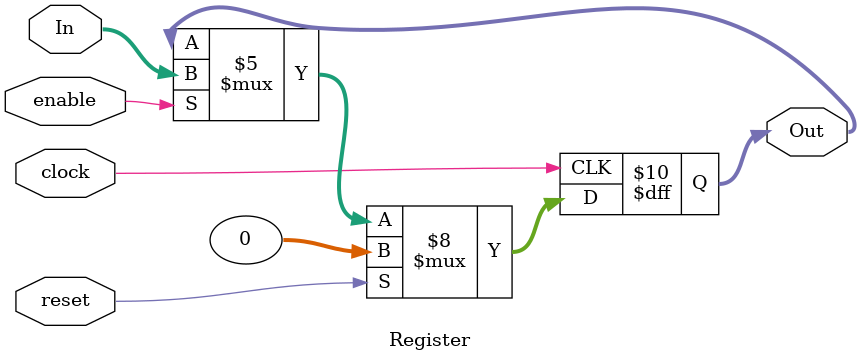
<source format=v>
`timescale 1ns / 1ps


module Register #(parameter DIGIT = 32)(clock, reset, enable, In, Out);
	input clock, reset, enable;
	input      [DIGIT - 1 : 0] In;
	
	output reg [DIGIT - 1 : 0] Out;
	
	initial 
	begin
		Out = {DIGIT{1'b0}};
	end
	
	always@(posedge clock) 
	begin
		if (reset) 
		begin
            Out = {DIGIT{1'b0}}; // sync reset
        end
        else
        begin
        	if (enable == 1)
        	begin
            	Out <= In;
        	end
			else
			begin
				Out <= Out;
			end
		end
	end
	
endmodule

</source>
